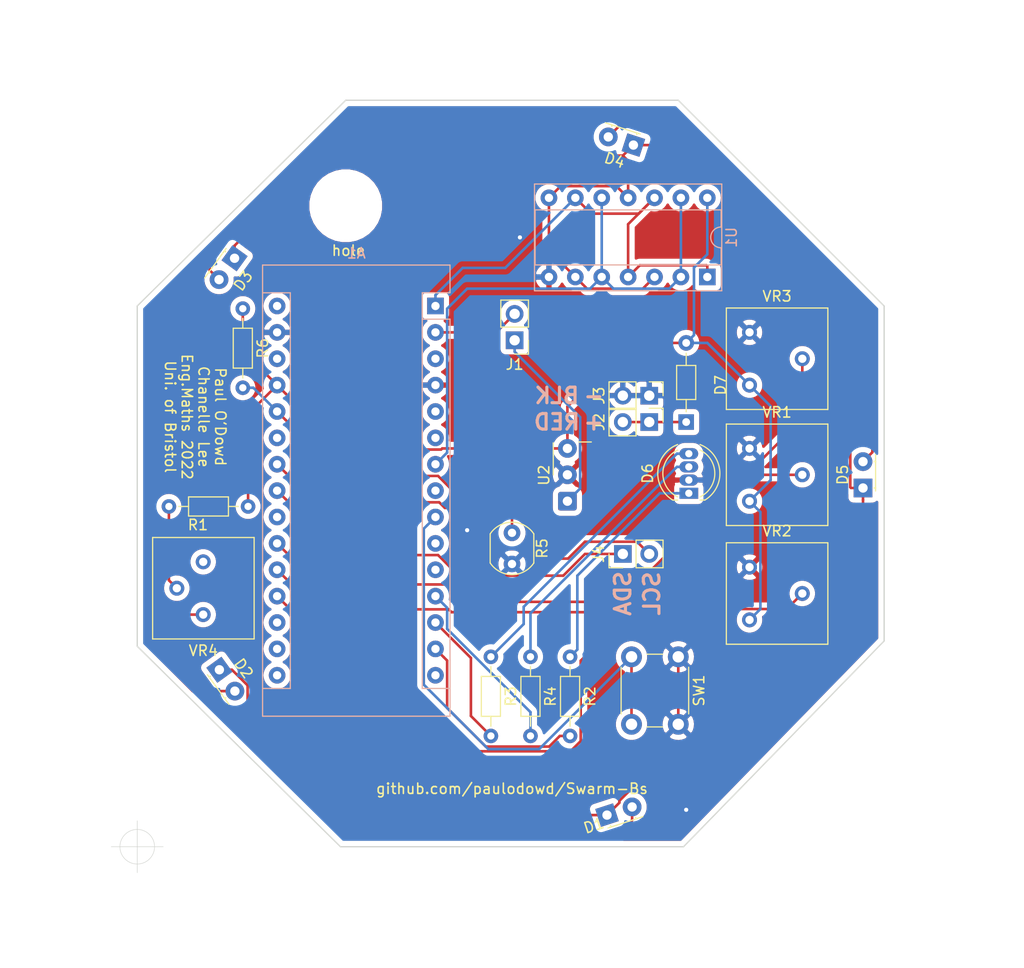
<source format=kicad_pcb>
(kicad_pcb (version 20171130) (host pcbnew "(5.1.4)-1")
  (layers (0 F.Cu signal) (31 B.Cu signal) (34 B.Paste user hide) (35 F.Paste user hide) (36 B.SilkS user) (37 F.SilkS user) (38 B.Mask user) (39 F.Mask user) (44 Edge.Cuts user))
  (net 0 "")
  (net 1 "Net-(A1-Pad16)")
  (net 2 "Net-(A1-Pad15)")
  (net 3 "Net-(A1-Pad30)")
  (net 4 "Net-(A1-Pad14)")
  (net 5 "Net-(A1-Pad13)")
  (net 6 "Net-(A1-Pad28)")
  (net 7 "Net-(A1-Pad12)")
  (net 8 "Net-(A1-Pad11)")
  (net 9 "Net-(A1-Pad26)")
  (net 10 "Net-(A1-Pad10)")
  (net 11 "Net-(A1-Pad25)")
  (net 12 "Net-(A1-Pad9)")
  (net 13 "Net-(A1-Pad24)")
  (net 14 "Net-(A1-Pad8)")
  (net 15 "Net-(A1-Pad23)")
  (net 16 "Net-(A1-Pad7)")
  (net 17 "Net-(A1-Pad22)")
  (net 18 "Net-(A1-Pad6)")
  (net 19 "Net-(A1-Pad21)")
  (net 20 "Net-(A1-Pad5)")
  (net 21 "Net-(A1-Pad20)")
  (net 22 "Net-(A1-Pad19)")
  (net 23 "Net-(A1-Pad3)")
  (net 24 "Net-(A1-Pad18)")
  (net 25 "Net-(A1-Pad2)")
  (net 26 "Net-(A1-Pad17)")
  (net 27 "Net-(A1-Pad1)")
  (net 28 "Net-(D1-Pad2)")
  (net 29 "Net-(D1-Pad1)")
  (net 30 "Net-(D6-Pad4)")
  (net 31 "Net-(D6-Pad3)")
  (net 32 "Net-(D6-Pad1)")
  (net 33 GND)
  (net 34 +5V)
  (net 35 "Net-(J1-Pad1)")
  (net 36 "Net-(R1-Pad2)")
  (net 37 "Net-(VR4-Pad1)")
  (net 38 "Net-(D7-Pad1)")
  (module Potentiometer_THT:Potentiometer_Bourns_3386F_Vertical (layer F.Cu) (at 141.732 108.204)
    (fp_text reference VR2 (at 2.655 -8.555) (layer F.SilkS))
    (fp_text value 10K_Pot_A)
    (fp_line (start -2.23 -7.425) (end 7.54 -7.425) (layer F.SilkS) (width 0.12))
    (fp_line (start -2.23 2.345) (end 7.54 2.345) (layer F.SilkS) (width 0.12))
    (fp_line (start -2.23 -7.425) (end -2.23 2.345) (layer F.SilkS) (width 0.12))
    (fp_line (start 7.54 -7.425) (end 7.54 2.345) (layer F.SilkS) (width 0.12))
    (pad 3 thru_hole circle (at 0 -5.08) (size 1.44 1.44) (drill 0.8) (layers *.Cu *.Mask) (net 33 GND))
    (pad 2 thru_hole circle (at 5.08 -2.54) (size 1.44 1.44) (drill 0.8) (layers *.Cu *.Mask) (net 22 "Net-(A1-Pad19)"))
    (pad 1 thru_hole circle (at 0 0) (size 1.44 1.44) (drill 0.8) (layers *.Cu *.Mask) (net 34 +5V))
  )
  (module Module:Arduino_Nano (layer B.Cu) (at 111.506 77.978 180)
    (fp_text reference A1 (at 7.62 5.08) (layer B.SilkS) (effects (justify mirror)))
    (fp_text value Arduino_Nano_v3.x)
    (fp_line (start 16.64 3.94) (end -1.4 3.94) (layer B.SilkS) (width 0.12))
    (fp_line (start 16.64 -39.5) (end 16.64 3.94) (layer B.SilkS) (width 0.12))
    (fp_line (start -1.4 -39.5) (end 16.64 -39.5) (layer B.SilkS) (width 0.12))
    (fp_line (start 1.27 -36.83) (end -1.4 -36.83) (layer B.SilkS) (width 0.12))
    (fp_line (start 1.27 -1.27) (end 1.27 -36.83) (layer B.SilkS) (width 0.12))
    (fp_line (start 1.27 -1.27) (end -1.4 -1.27) (layer B.SilkS) (width 0.12))
    (fp_line (start 13.97 -36.83) (end 16.64 -36.83) (layer B.SilkS) (width 0.12))
    (fp_line (start 13.97 1.27) (end 13.97 -36.83) (layer B.SilkS) (width 0.12))
    (fp_line (start 13.97 1.27) (end 16.64 1.27) (layer B.SilkS) (width 0.12))
    (fp_line (start -1.4 3.94) (end -1.4 1.27) (layer B.SilkS) (width 0.12))
    (fp_line (start -1.4 -1.27) (end -1.4 -39.5) (layer B.SilkS) (width 0.12))
    (fp_line (start 1.27 1.27) (end -1.4 1.27) (layer B.SilkS) (width 0.12))
    (fp_line (start 1.27 -1.27) (end 1.27 1.27) (layer B.SilkS) (width 0.12))
    (pad 16 thru_hole oval (at 15.24 -35.56 180) (size 1.6 1.6) (drill 0.8) (layers *.Cu *.Mask) (net 1 "Net-(A1-Pad16)"))
    (pad 15 thru_hole oval (at 0 -35.56 180) (size 1.6 1.6) (drill 0.8) (layers *.Cu *.Mask) (net 2 "Net-(A1-Pad15)"))
    (pad 30 thru_hole oval (at 15.24 0 180) (size 1.6 1.6) (drill 0.8) (layers *.Cu *.Mask) (net 3 "Net-(A1-Pad30)"))
    (pad 14 thru_hole oval (at 0 -33.02 180) (size 1.6 1.6) (drill 0.8) (layers *.Cu *.Mask) (net 4 "Net-(A1-Pad14)"))
    (pad 29 thru_hole oval (at 15.24 -2.54 180) (size 1.6 1.6) (drill 0.8) (layers *.Cu *.Mask) (net 33 GND))
    (pad 13 thru_hole oval (at 0 -30.48 180) (size 1.6 1.6) (drill 0.8) (layers *.Cu *.Mask) (net 5 "Net-(A1-Pad13)"))
    (pad 28 thru_hole oval (at 15.24 -5.08 180) (size 1.6 1.6) (drill 0.8) (layers *.Cu *.Mask) (net 6 "Net-(A1-Pad28)"))
    (pad 12 thru_hole oval (at 0 -27.94 180) (size 1.6 1.6) (drill 0.8) (layers *.Cu *.Mask) (net 7 "Net-(A1-Pad12)"))
    (pad 27 thru_hole oval (at 15.24 -7.62 180) (size 1.6 1.6) (drill 0.8) (layers *.Cu *.Mask) (net 34 +5V))
    (pad 11 thru_hole oval (at 0 -25.4 180) (size 1.6 1.6) (drill 0.8) (layers *.Cu *.Mask) (net 8 "Net-(A1-Pad11)"))
    (pad 26 thru_hole oval (at 15.24 -10.16 180) (size 1.6 1.6) (drill 0.8) (layers *.Cu *.Mask) (net 9 "Net-(A1-Pad26)"))
    (pad 10 thru_hole oval (at 0 -22.86 180) (size 1.6 1.6) (drill 0.8) (layers *.Cu *.Mask) (net 10 "Net-(A1-Pad10)"))
    (pad 25 thru_hole oval (at 15.24 -12.7 180) (size 1.6 1.6) (drill 0.8) (layers *.Cu *.Mask) (net 11 "Net-(A1-Pad25)"))
    (pad 9 thru_hole oval (at 0 -20.32 180) (size 1.6 1.6) (drill 0.8) (layers *.Cu *.Mask) (net 12 "Net-(A1-Pad9)"))
    (pad 24 thru_hole oval (at 15.24 -15.24 180) (size 1.6 1.6) (drill 0.8) (layers *.Cu *.Mask) (net 13 "Net-(A1-Pad24)"))
    (pad 8 thru_hole oval (at 0 -17.78 180) (size 1.6 1.6) (drill 0.8) (layers *.Cu *.Mask) (net 14 "Net-(A1-Pad8)"))
    (pad 23 thru_hole oval (at 15.24 -17.78 180) (size 1.6 1.6) (drill 0.8) (layers *.Cu *.Mask) (net 15 "Net-(A1-Pad23)"))
    (pad 7 thru_hole oval (at 0 -15.24 180) (size 1.6 1.6) (drill 0.8) (layers *.Cu *.Mask) (net 16 "Net-(A1-Pad7)"))
    (pad 22 thru_hole oval (at 15.24 -20.32 180) (size 1.6 1.6) (drill 0.8) (layers *.Cu *.Mask) (net 17 "Net-(A1-Pad22)"))
    (pad 6 thru_hole oval (at 0 -12.7 180) (size 1.6 1.6) (drill 0.8) (layers *.Cu *.Mask) (net 18 "Net-(A1-Pad6)"))
    (pad 21 thru_hole oval (at 15.24 -22.86 180) (size 1.6 1.6) (drill 0.8) (layers *.Cu *.Mask) (net 19 "Net-(A1-Pad21)"))
    (pad 5 thru_hole oval (at 0 -10.16 180) (size 1.6 1.6) (drill 0.8) (layers *.Cu *.Mask) (net 20 "Net-(A1-Pad5)"))
    (pad 20 thru_hole oval (at 15.24 -25.4 180) (size 1.6 1.6) (drill 0.8) (layers *.Cu *.Mask) (net 21 "Net-(A1-Pad20)"))
    (pad 4 thru_hole oval (at 0 -7.62 180) (size 1.6 1.6) (drill 0.8) (layers *.Cu *.Mask) (net 33 GND))
    (pad 19 thru_hole oval (at 15.24 -27.94 180) (size 1.6 1.6) (drill 0.8) (layers *.Cu *.Mask) (net 22 "Net-(A1-Pad19)"))
    (pad 3 thru_hole oval (at 0 -5.08 180) (size 1.6 1.6) (drill 0.8) (layers *.Cu *.Mask) (net 23 "Net-(A1-Pad3)"))
    (pad 18 thru_hole oval (at 15.24 -30.48 180) (size 1.6 1.6) (drill 0.8) (layers *.Cu *.Mask) (net 24 "Net-(A1-Pad18)"))
    (pad 2 thru_hole oval (at 0 -2.54 180) (size 1.6 1.6) (drill 0.8) (layers *.Cu *.Mask) (net 25 "Net-(A1-Pad2)"))
    (pad 17 thru_hole oval (at 15.24 -33.02 180) (size 1.6 1.6) (drill 0.8) (layers *.Cu *.Mask) (net 26 "Net-(A1-Pad17)"))
    (pad 1 thru_hole rect (at 0 0 180) (size 1.6 1.6) (drill 0.8) (layers *.Cu *.Mask) (net 27 "Net-(A1-Pad1)"))
  )
  (module OptoDevice:Vishay_MOLD-3Pin (layer F.Cu) (at 124.206 96.774 90)
    (fp_text reference U2 (at 2.5 -2.25 270) (layer F.SilkS))
    (fp_text value TSDP34138)
    (fp_line (start 5.62 -1.36) (end 2.54 -1.36) (layer F.SilkS) (width 0.12))
    (fp_line (start 5.7 2.3) (end 5.7 1.1) (layer F.SilkS) (width 0.12))
    (pad 3 thru_hole circle (at 5.08 0 90) (size 1.8 1.8) (drill 0.9) (layers *.Cu *.Mask) (net 34 +5V))
    (pad 2 thru_hole circle (at 2.54 0 90) (size 1.8 1.8) (drill 0.9) (layers *.Cu *.Mask) (net 33 GND))
    (pad 1 thru_hole roundrect (at 0 0 90) (size 1.8 1.8) (drill 0.9) (layers *.Cu *.Mask) (roundrect_rratio 0.138) (net 35 "Net-(J1-Pad1)"))
  )
  (module Connector_PinHeader_2.54mm:PinHeader_1x02_P2.54mm_Vertical (layer F.Cu) (at 132.08 89.154 270)
    (fp_text reference J2 (at 0 4.826 90) (layer F.SilkS))
    (fp_text value 5v_3Pi)
    (fp_line (start -1.33 3.87) (end 1.33 3.87) (layer F.SilkS) (width 0.12))
    (fp_line (start -1.33 1.27) (end -1.33 3.87) (layer F.SilkS) (width 0.12))
    (fp_line (start 1.33 1.27) (end 1.33 3.87) (layer F.SilkS) (width 0.12))
    (fp_line (start -1.33 1.27) (end 1.33 1.27) (layer F.SilkS) (width 0.12))
    (fp_line (start -1.33 0) (end -1.33 -1.33) (layer F.SilkS) (width 0.12))
    (fp_line (start -1.33 -1.33) (end 0 -1.33) (layer F.SilkS) (width 0.12))
    (pad 1 thru_hole rect (at 0 0 270) (size 1.7 1.7) (drill 1) (layers *.Cu *.Mask) (net 38 "Net-(D7-Pad1)"))
    (pad 2 thru_hole oval (at 0 2.54 270) (size 1.7 1.7) (drill 1) (layers *.Cu *.Mask) (net 38 "Net-(D7-Pad1)"))
  )
  (module Connector_PinHeader_2.54mm:PinHeader_1x02_P2.54mm_Vertical (layer F.Cu) (at 132.08 86.614 270)
    (fp_text reference J3 (at 0 4.826 90) (layer F.SilkS))
    (fp_text value GND_3Pi)
    (fp_line (start -1.33 3.87) (end 1.33 3.87) (layer F.SilkS) (width 0.12))
    (fp_line (start -1.33 1.27) (end -1.33 3.87) (layer F.SilkS) (width 0.12))
    (fp_line (start 1.33 1.27) (end 1.33 3.87) (layer F.SilkS) (width 0.12))
    (fp_line (start -1.33 1.27) (end 1.33 1.27) (layer F.SilkS) (width 0.12))
    (fp_line (start -1.33 0) (end -1.33 -1.33) (layer F.SilkS) (width 0.12))
    (fp_line (start -1.33 -1.33) (end 0 -1.33) (layer F.SilkS) (width 0.12))
    (pad 1 thru_hole rect (at 0 0 270) (size 1.7 1.7) (drill 1) (layers *.Cu *.Mask) (net 33 GND))
    (pad 2 thru_hole oval (at 0 2.54 270) (size 1.7 1.7) (drill 1) (layers *.Cu *.Mask) (net 33 GND))
  )
  (module Connector_PinHeader_2.54mm:PinHeader_1x02_P2.54mm_Vertical (layer F.Cu) (at 129.54 101.854 90)
    (fp_text reference J4 (at 0 -2.33 90) (layer F.SilkS))
    (fp_text value I2C_3Pi)
    (fp_line (start -1.33 -1.33) (end 0 -1.33) (layer F.SilkS) (width 0.12))
    (fp_line (start -1.33 0) (end -1.33 -1.33) (layer F.SilkS) (width 0.12))
    (fp_line (start -1.33 1.27) (end 1.33 1.27) (layer F.SilkS) (width 0.12))
    (fp_line (start 1.33 1.27) (end 1.33 3.87) (layer F.SilkS) (width 0.12))
    (fp_line (start -1.33 1.27) (end -1.33 3.87) (layer F.SilkS) (width 0.12))
    (fp_line (start -1.33 3.87) (end 1.33 3.87) (layer F.SilkS) (width 0.12))
    (pad 2 thru_hole oval (at 0 2.54 90) (size 1.7 1.7) (drill 1) (layers *.Cu *.Mask) (net 13 "Net-(A1-Pad24)"))
    (pad 1 thru_hole rect (at 0 0 90) (size 1.7 1.7) (drill 1) (layers *.Cu *.Mask) (net 15 "Net-(A1-Pad23)"))
  )
  (module MountingHole:MountingHole_6mm (layer F.Cu) (at 102.87 68.326)
    (fp_text reference hole (at 0.254 4.318) (layer F.SilkS))
    (fp_text value hole)
    (pad 1 np_thru_hole circle (at 0 0) (size 6 6) (drill 6) (layers *.Cu *.Mask))
  )
  (module LED_THT:LED_D3.0mm_Horizontal_O1.27mm_Z2.0mm (layer F.Cu) (at 130.556 62.484 162)
    (fp_text reference D4 (at 1.27 -1.96 162) (layer F.SilkS))
    (fp_text value IR_LED)
    (fp_line (start 2.54 1.08) (end 2.54 1.08) (layer F.SilkS) (width 0.12))
    (fp_line (start 2.54 1.21) (end 2.54 1.08) (layer F.SilkS) (width 0.12))
    (fp_line (start 2.54 1.21) (end 2.54 1.21) (layer F.SilkS) (width 0.12))
    (fp_line (start 2.54 1.08) (end 2.54 1.21) (layer F.SilkS) (width 0.12))
    (fp_line (start 0 1.08) (end 0 1.08) (layer F.SilkS) (width 0.12))
    (fp_line (start 0 1.21) (end 0 1.08) (layer F.SilkS) (width 0.12))
    (fp_line (start 0 1.21) (end 0 1.21) (layer F.SilkS) (width 0.12))
    (fp_line (start 0 1.08) (end 0 1.21) (layer F.SilkS) (width 0.12))
    (fp_line (start 2.83 1.21) (end 3.23 1.21) (layer F.SilkS) (width 0.12))
    (fp_line (start -0.29 1.21) (end 2.83 1.21) (layer F.SilkS) (width 0.12))
    (pad 2 thru_hole circle (at 2.54 0 162) (size 1.8 1.8) (drill 0.9) (layers *.Cu *.Mask) (net 28 "Net-(D1-Pad2)"))
    (pad 1 thru_hole rect (at 0 0 162) (size 1.8 1.8) (drill 0.9) (layers *.Cu *.Mask) (net 29 "Net-(D1-Pad1)"))
  )
  (module LED_THT:LED_D3.0mm_Horizontal_O1.27mm_Z2.0mm (layer F.Cu) (at 92.170975 73.383097 234)
    (fp_text reference D3 (at 1.27 -1.96 234) (layer F.SilkS))
    (fp_text value IR_LED)
    (fp_line (start 2.54 1.08) (end 2.54 1.08) (layer F.SilkS) (width 0.12))
    (fp_line (start 2.54 1.21) (end 2.54 1.08) (layer F.SilkS) (width 0.12))
    (fp_line (start 2.54 1.21) (end 2.54 1.21) (layer F.SilkS) (width 0.12))
    (fp_line (start 2.54 1.08) (end 2.54 1.21) (layer F.SilkS) (width 0.12))
    (fp_line (start 0 1.08) (end 0 1.08) (layer F.SilkS) (width 0.12))
    (fp_line (start 0 1.21) (end 0 1.08) (layer F.SilkS) (width 0.12))
    (fp_line (start 0 1.21) (end 0 1.21) (layer F.SilkS) (width 0.12))
    (fp_line (start 0 1.08) (end 0 1.21) (layer F.SilkS) (width 0.12))
    (fp_line (start 2.83 1.21) (end 3.23 1.21) (layer F.SilkS) (width 0.12))
    (fp_line (start -0.29 1.21) (end 2.83 1.21) (layer F.SilkS) (width 0.12))
    (pad 2 thru_hole circle (at 2.54 0 234) (size 1.8 1.8) (drill 0.9) (layers *.Cu *.Mask) (net 28 "Net-(D1-Pad2)"))
    (pad 1 thru_hole rect (at 0 0 234) (size 1.8 1.8) (drill 0.9) (layers *.Cu *.Mask) (net 29 "Net-(D1-Pad1)"))
  )
  (module LED_THT:LED_D3.0mm_Horizontal_O1.27mm_Z2.0mm (layer F.Cu) (at 90.709025 113.007097 306)
    (fp_text reference D2 (at 1.27 -1.96 306) (layer F.SilkS))
    (fp_text value IR_LED)
    (fp_line (start 2.54 1.08) (end 2.54 1.08) (layer F.SilkS) (width 0.12))
    (fp_line (start 2.54 1.21) (end 2.54 1.08) (layer F.SilkS) (width 0.12))
    (fp_line (start 2.54 1.21) (end 2.54 1.21) (layer F.SilkS) (width 0.12))
    (fp_line (start 2.54 1.08) (end 2.54 1.21) (layer F.SilkS) (width 0.12))
    (fp_line (start 0 1.08) (end 0 1.08) (layer F.SilkS) (width 0.12))
    (fp_line (start 0 1.21) (end 0 1.08) (layer F.SilkS) (width 0.12))
    (fp_line (start 0 1.21) (end 0 1.21) (layer F.SilkS) (width 0.12))
    (fp_line (start 0 1.08) (end 0 1.21) (layer F.SilkS) (width 0.12))
    (fp_line (start 2.83 1.21) (end 3.23 1.21) (layer F.SilkS) (width 0.12))
    (fp_line (start -0.29 1.21) (end 2.83 1.21) (layer F.SilkS) (width 0.12))
    (pad 2 thru_hole circle (at 2.54 0 306) (size 1.8 1.8) (drill 0.9) (layers *.Cu *.Mask) (net 28 "Net-(D1-Pad2)"))
    (pad 1 thru_hole rect (at 0 0 306) (size 1.8 1.8) (drill 0.9) (layers *.Cu *.Mask) (net 29 "Net-(D1-Pad1)"))
  )
  (module LED_THT:LED_D3.0mm_Horizontal_O1.27mm_Z2.0mm (layer F.Cu) (at 128.016 127 18)
    (fp_text reference D1 (at -1.521803 0.573822 18) (layer F.SilkS))
    (fp_text value IR_LED)
    (fp_line (start 2.54 1.08) (end 2.54 1.08) (layer F.SilkS) (width 0.12))
    (fp_line (start 2.54 1.21) (end 2.54 1.08) (layer F.SilkS) (width 0.12))
    (fp_line (start 2.54 1.21) (end 2.54 1.21) (layer F.SilkS) (width 0.12))
    (fp_line (start 2.54 1.08) (end 2.54 1.21) (layer F.SilkS) (width 0.12))
    (fp_line (start 0 1.08) (end 0 1.08) (layer F.SilkS) (width 0.12))
    (fp_line (start 0 1.21) (end 0 1.08) (layer F.SilkS) (width 0.12))
    (fp_line (start 0 1.21) (end 0 1.21) (layer F.SilkS) (width 0.12))
    (fp_line (start 0 1.08) (end 0 1.21) (layer F.SilkS) (width 0.12))
    (fp_line (start 2.83 1.21) (end 3.23 1.21) (layer F.SilkS) (width 0.12))
    (fp_line (start -0.29 1.21) (end 2.83 1.21) (layer F.SilkS) (width 0.12))
    (pad 2 thru_hole circle (at 2.54 0 18) (size 1.8 1.8) (drill 0.9) (layers *.Cu *.Mask) (net 28 "Net-(D1-Pad2)"))
    (pad 1 thru_hole rect (at 0 0 18) (size 1.8 1.8) (drill 0.9) (layers *.Cu *.Mask) (net 29 "Net-(D1-Pad1)"))
  )
  (module LED_THT:LED_D3.0mm_Horizontal_O1.27mm_Z2.0mm (layer F.Cu) (at 152.654 95.504 90)
    (fp_text reference D5 (at 1.27 -1.96 90) (layer F.SilkS))
    (fp_text value IR_LED)
    (fp_line (start 2.54 1.08) (end 2.54 1.08) (layer F.SilkS) (width 0.12))
    (fp_line (start 2.54 1.21) (end 2.54 1.08) (layer F.SilkS) (width 0.12))
    (fp_line (start 2.54 1.21) (end 2.54 1.21) (layer F.SilkS) (width 0.12))
    (fp_line (start 2.54 1.08) (end 2.54 1.21) (layer F.SilkS) (width 0.12))
    (fp_line (start 0 1.08) (end 0 1.08) (layer F.SilkS) (width 0.12))
    (fp_line (start 0 1.21) (end 0 1.08) (layer F.SilkS) (width 0.12))
    (fp_line (start 0 1.21) (end 0 1.21) (layer F.SilkS) (width 0.12))
    (fp_line (start 0 1.08) (end 0 1.21) (layer F.SilkS) (width 0.12))
    (fp_line (start 2.83 1.21) (end 3.23 1.21) (layer F.SilkS) (width 0.12))
    (fp_line (start -0.29 1.21) (end 2.83 1.21) (layer F.SilkS) (width 0.12))
    (pad 2 thru_hole circle (at 2.54 0 90) (size 1.8 1.8) (drill 0.9) (layers *.Cu *.Mask) (net 28 "Net-(D1-Pad2)"))
    (pad 1 thru_hole rect (at 0 0 90) (size 1.8 1.8) (drill 0.9) (layers *.Cu *.Mask) (net 29 "Net-(D1-Pad1)"))
  )
  (module Diode_THT:D_DO-34_SOD68_P7.62mm_Horizontal (layer F.Cu) (at 135.636 89.154 90)
    (fp_text reference D7 (at 3.556 3.302 90) (layer F.SilkS))
    (fp_text value 1N5819)
    (fp_line (start 6.63 0) (end 5.45 0) (layer F.SilkS) (width 0.12))
    (fp_line (start 0.99 0) (end 2.17 0) (layer F.SilkS) (width 0.12))
    (fp_line (start 5.45 -0.92) (end 2.17 -0.92) (layer F.SilkS) (width 0.12))
    (fp_line (start 5.45 0.92) (end 5.45 -0.92) (layer F.SilkS) (width 0.12))
    (fp_line (start 2.17 0.92) (end 5.45 0.92) (layer F.SilkS) (width 0.12))
    (fp_line (start 2.17 -0.92) (end 2.17 0.92) (layer F.SilkS) (width 0.12))
    (pad 2 thru_hole oval (at 7.62 0 90) (size 1.5 1.5) (drill 0.75) (layers *.Cu *.Mask) (net 34 +5V))
    (pad 1 thru_hole rect (at 0 0 90) (size 1.5 1.5) (drill 0.75) (layers *.Cu *.Mask) (net 38 "Net-(D7-Pad1)"))
  )
  (module OptoDevice:R_LDR_5.0x4.1mm_P3mm_Vertical (layer F.Cu) (at 118.872 99.822 270)
    (fp_text reference R5 (at 1.5 -2.9 90) (layer F.SilkS))
    (fp_text value LDR)
    (fp_arc (start 1.5 0) (end 0.1 2.1) (angle 113) (layer F.SilkS) (width 0.12))
    (fp_arc (start 1.5 0) (end 2.9 -2.1) (angle 113) (layer F.SilkS) (width 0.12))
    (fp_line (start 0.1 -2.1) (end 2.9 -2.1) (layer F.SilkS) (width 0.12))
    (fp_line (start 0.1 2.1) (end 2.9 2.1) (layer F.SilkS) (width 0.12))
    (pad 2 thru_hole circle (at 3 0 270) (size 1.6 1.6) (drill 0.8) (layers *.Cu *.Mask) (net 33 GND))
    (pad 1 thru_hole circle (at 0 0 270) (size 1.6 1.6) (drill 0.8) (layers *.Cu *.Mask) (net 9 "Net-(A1-Pad26)"))
  )
  (module Connector_PinHeader_2.54mm:PinHeader_1x02_P2.54mm_Vertical (layer F.Cu) (at 119.126 81.28 180)
    (fp_text reference J1 (at 0 -2.33) (layer F.SilkS))
    (fp_text value RX_Break)
    (fp_line (start -1.33 -1.33) (end 0 -1.33) (layer F.SilkS) (width 0.12))
    (fp_line (start -1.33 0) (end -1.33 -1.33) (layer F.SilkS) (width 0.12))
    (fp_line (start -1.33 1.27) (end 1.33 1.27) (layer F.SilkS) (width 0.12))
    (fp_line (start 1.33 1.27) (end 1.33 3.87) (layer F.SilkS) (width 0.12))
    (fp_line (start -1.33 1.27) (end -1.33 3.87) (layer F.SilkS) (width 0.12))
    (fp_line (start -1.33 3.87) (end 1.33 3.87) (layer F.SilkS) (width 0.12))
    (pad 2 thru_hole oval (at 0 2.54 180) (size 1.7 1.7) (drill 1) (layers *.Cu *.Mask) (net 25 "Net-(A1-Pad2)"))
    (pad 1 thru_hole rect (at 0 0 180) (size 1.7 1.7) (drill 1) (layers *.Cu *.Mask) (net 35 "Net-(J1-Pad1)"))
  )
  (module LED_THT:LED_D5.0mm-4_RGB (layer F.Cu) (at 135.89 96.012 90)
    (fp_text reference D6 (at 1.905 -3.96 90) (layer F.SilkS))
    (fp_text value RGB)
    (fp_line (start -0.655 1.08) (end -0.655 1.545) (layer F.SilkS) (width 0.12))
    (fp_line (start -0.655 -1.545) (end -0.655 -1.08) (layer F.SilkS) (width 0.12))
    (fp_arc (start 1.905 0) (end -0.349684 1.08) (angle -128.8) (layer F.SilkS) (width 0.12))
    (fp_arc (start 1.905 0) (end -0.349684 -1.08) (angle 128.8) (layer F.SilkS) (width 0.12))
    (fp_arc (start 1.905 0) (end -0.655 1.54483) (angle -127.7) (layer F.SilkS) (width 0.12))
    (fp_arc (start 1.905 0) (end -0.655 -1.54483) (angle 127.7) (layer F.SilkS) (width 0.12))
    (pad 4 thru_hole oval (at 3.81 0 90) (size 1.07 1.8) (drill 0.7) (layers *.Cu *.Mask) (net 30 "Net-(D6-Pad4)"))
    (pad 3 thru_hole oval (at 2.54 0 90) (size 1.07 1.8) (drill 0.7) (layers *.Cu *.Mask) (net 31 "Net-(D6-Pad3)"))
    (pad 2 thru_hole oval (at 1.27 0 90) (size 1.07 1.8) (drill 0.7) (layers *.Cu *.Mask) (net 33 GND))
    (pad 1 thru_hole rect (at 0 0 90) (size 1.07 1.8) (drill 0.7) (layers *.Cu *.Mask) (net 32 "Net-(D6-Pad1)"))
  )
  (module Button_Switch_THT:SW_PUSH_6mm (layer F.Cu) (at 134.874 111.76 270)
    (fp_text reference SW1 (at 3.25 -2 90) (layer F.SilkS))
    (fp_text value Bttn)
    (fp_line (start 1 5.5) (end 5.5 5.5) (layer F.SilkS) (width 0.12))
    (fp_line (start -0.25 1.5) (end -0.25 3) (layer F.SilkS) (width 0.12))
    (fp_line (start 5.5 -1) (end 1 -1) (layer F.SilkS) (width 0.12))
    (fp_line (start 6.75 3) (end 6.75 1.5) (layer F.SilkS) (width 0.12))
    (pad 2 thru_hole circle (at 0 4.5) (size 2 2) (drill 1.1) (layers *.Cu *.Mask) (net 12 "Net-(A1-Pad9)"))
    (pad 1 thru_hole circle (at 0 0) (size 2 2) (drill 1.1) (layers *.Cu *.Mask) (net 33 GND))
    (pad 2 thru_hole circle (at 6.5 4.5) (size 2 2) (drill 1.1) (layers *.Cu *.Mask) (net 12 "Net-(A1-Pad9)"))
    (pad 1 thru_hole circle (at 6.5 0) (size 2 2) (drill 1.1) (layers *.Cu *.Mask) (net 33 GND))
  )
  (module Package_DIP:DIP-14_W7.62mm_Socket (layer B.Cu) (at 137.668 75.184 90)
    (fp_text reference U1 (at 3.81 2.33 270) (layer B.SilkS) (effects (justify mirror)))
    (fp_text value 74LS32)
    (fp_arc (start 3.81 1.33) (end 2.81 1.33) (angle 180) (layer B.SilkS) (width 0.12))
    (fp_line (start 2.81 1.33) (end 1.16 1.33) (layer B.SilkS) (width 0.12))
    (fp_line (start 1.16 1.33) (end 1.16 -16.57) (layer B.SilkS) (width 0.12))
    (fp_line (start 1.16 -16.57) (end 6.46 -16.57) (layer B.SilkS) (width 0.12))
    (fp_line (start 6.46 -16.57) (end 6.46 1.33) (layer B.SilkS) (width 0.12))
    (fp_line (start 6.46 1.33) (end 4.81 1.33) (layer B.SilkS) (width 0.12))
    (fp_line (start -1.33 1.39) (end -1.33 -16.63) (layer B.SilkS) (width 0.12))
    (fp_line (start -1.33 -16.63) (end 8.95 -16.63) (layer B.SilkS) (width 0.12))
    (fp_line (start 8.95 -16.63) (end 8.95 1.39) (layer B.SilkS) (width 0.12))
    (fp_line (start 8.95 1.39) (end -1.33 1.39) (layer B.SilkS) (width 0.12))
    (pad 1 thru_hole rect (at 0 0 90) (size 1.6 1.6) (drill 0.8) (layers *.Cu *.Mask) (net 27 "Net-(A1-Pad1)"))
    (pad 8 thru_hole oval (at 7.62 -15.24 90) (size 1.6 1.6) (drill 0.8) (layers *.Cu *.Mask) (net 29 "Net-(D1-Pad1)"))
    (pad 2 thru_hole oval (at 0 -2.54 90) (size 1.6 1.6) (drill 0.8) (layers *.Cu *.Mask) (net 16 "Net-(A1-Pad7)"))
    (pad 9 thru_hole oval (at 7.62 -12.7 90) (size 1.6 1.6) (drill 0.8) (layers *.Cu *.Mask) (net 27 "Net-(A1-Pad1)"))
    (pad 3 thru_hole oval (at 0 -5.08 90) (size 1.6 1.6) (drill 0.8) (layers *.Cu *.Mask) (net 29 "Net-(D1-Pad1)"))
    (pad 10 thru_hole oval (at 7.62 -10.16 90) (size 1.6 1.6) (drill 0.8) (layers *.Cu *.Mask) (net 16 "Net-(A1-Pad7)"))
    (pad 4 thru_hole oval (at 0 -7.62 90) (size 1.6 1.6) (drill 0.8) (layers *.Cu *.Mask) (net 27 "Net-(A1-Pad1)"))
    (pad 11 thru_hole oval (at 7.62 -7.62 90) (size 1.6 1.6) (drill 0.8) (layers *.Cu *.Mask) (net 29 "Net-(D1-Pad1)"))
    (pad 5 thru_hole oval (at 0 -10.16 90) (size 1.6 1.6) (drill 0.8) (layers *.Cu *.Mask) (net 16 "Net-(A1-Pad7)"))
    (pad 12 thru_hole oval (at 7.62 -5.08 90) (size 1.6 1.6) (drill 0.8) (layers *.Cu *.Mask) (net 27 "Net-(A1-Pad1)"))
    (pad 6 thru_hole oval (at 0 -12.7 90) (size 1.6 1.6) (drill 0.8) (layers *.Cu *.Mask) (net 29 "Net-(D1-Pad1)"))
    (pad 13 thru_hole oval (at 7.62 -2.54 90) (size 1.6 1.6) (drill 0.8) (layers *.Cu *.Mask) (net 16 "Net-(A1-Pad7)"))
    (pad 7 thru_hole oval (at 0 -15.24 90) (size 1.6 1.6) (drill 0.8) (layers *.Cu *.Mask) (net 33 GND))
    (pad 14 thru_hole oval (at 7.62 0 90) (size 1.6 1.6) (drill 0.8) (layers *.Cu *.Mask) (net 34 +5V))
  )
  (module Resistor_THT:R_Axial_DIN0204_L3.6mm_D1.6mm_P7.62mm_Horizontal (layer F.Cu) (at 93.472 97.282 180)
    (fp_text reference R1 (at 4.826 -1.778) (layer F.SilkS))
    (fp_text value 15R_IRLED)
    (fp_line (start 1.89 -0.92) (end 1.89 0.92) (layer F.SilkS) (width 0.12))
    (fp_line (start 1.89 0.92) (end 5.73 0.92) (layer F.SilkS) (width 0.12))
    (fp_line (start 5.73 0.92) (end 5.73 -0.92) (layer F.SilkS) (width 0.12))
    (fp_line (start 5.73 -0.92) (end 1.89 -0.92) (layer F.SilkS) (width 0.12))
    (fp_line (start 0.94 0) (end 1.89 0) (layer F.SilkS) (width 0.12))
    (fp_line (start 6.68 0) (end 5.73 0) (layer F.SilkS) (width 0.12))
    (pad 1 thru_hole circle (at 0 0 180) (size 1.4 1.4) (drill 0.7) (layers *.Cu *.Mask) (net 34 +5V))
    (pad 2 thru_hole oval (at 7.62 0 180) (size 1.4 1.4) (drill 0.7) (layers *.Cu *.Mask) (net 36 "Net-(R1-Pad2)"))
  )
  (module Resistor_THT:R_Axial_DIN0204_L3.6mm_D1.6mm_P7.62mm_Horizontal (layer F.Cu) (at 124.46 111.76 270)
    (fp_text reference R2 (at 3.81 -1.92 90) (layer F.SilkS))
    (fp_text value 155R_R)
    (fp_line (start 1.89 -0.92) (end 1.89 0.92) (layer F.SilkS) (width 0.12))
    (fp_line (start 1.89 0.92) (end 5.73 0.92) (layer F.SilkS) (width 0.12))
    (fp_line (start 5.73 0.92) (end 5.73 -0.92) (layer F.SilkS) (width 0.12))
    (fp_line (start 5.73 -0.92) (end 1.89 -0.92) (layer F.SilkS) (width 0.12))
    (fp_line (start 0.94 0) (end 1.89 0) (layer F.SilkS) (width 0.12))
    (fp_line (start 6.68 0) (end 5.73 0) (layer F.SilkS) (width 0.12))
    (pad 1 thru_hole circle (at 0 0 270) (size 1.4 1.4) (drill 0.7) (layers *.Cu *.Mask) (net 32 "Net-(D6-Pad1)"))
    (pad 2 thru_hole oval (at 7.62 0 270) (size 1.4 1.4) (drill 0.7) (layers *.Cu *.Mask) (net 4 "Net-(A1-Pad14)"))
  )
  (module Resistor_THT:R_Axial_DIN0204_L3.6mm_D1.6mm_P7.62mm_Horizontal (layer F.Cu) (at 116.84 111.76 270)
    (fp_text reference R3 (at 3.81 -1.92 90) (layer F.SilkS))
    (fp_text value 90R_G)
    (fp_line (start 1.89 -0.92) (end 1.89 0.92) (layer F.SilkS) (width 0.12))
    (fp_line (start 1.89 0.92) (end 5.73 0.92) (layer F.SilkS) (width 0.12))
    (fp_line (start 5.73 0.92) (end 5.73 -0.92) (layer F.SilkS) (width 0.12))
    (fp_line (start 5.73 -0.92) (end 1.89 -0.92) (layer F.SilkS) (width 0.12))
    (fp_line (start 0.94 0) (end 1.89 0) (layer F.SilkS) (width 0.12))
    (fp_line (start 6.68 0) (end 5.73 0) (layer F.SilkS) (width 0.12))
    (pad 1 thru_hole circle (at 0 0 270) (size 1.4 1.4) (drill 0.7) (layers *.Cu *.Mask) (net 30 "Net-(D6-Pad4)"))
    (pad 2 thru_hole oval (at 7.62 0 270) (size 1.4 1.4) (drill 0.7) (layers *.Cu *.Mask) (net 5 "Net-(A1-Pad13)"))
  )
  (module Resistor_THT:R_Axial_DIN0204_L3.6mm_D1.6mm_P7.62mm_Horizontal (layer F.Cu) (at 120.65 111.76 270)
    (fp_text reference R4 (at 3.81 -1.92 90) (layer F.SilkS))
    (fp_text value 85R_B)
    (fp_line (start 6.68 0) (end 5.73 0) (layer F.SilkS) (width 0.12))
    (fp_line (start 0.94 0) (end 1.89 0) (layer F.SilkS) (width 0.12))
    (fp_line (start 5.73 -0.92) (end 1.89 -0.92) (layer F.SilkS) (width 0.12))
    (fp_line (start 5.73 0.92) (end 5.73 -0.92) (layer F.SilkS) (width 0.12))
    (fp_line (start 1.89 0.92) (end 5.73 0.92) (layer F.SilkS) (width 0.12))
    (fp_line (start 1.89 -0.92) (end 1.89 0.92) (layer F.SilkS) (width 0.12))
    (pad 2 thru_hole oval (at 7.62 0 270) (size 1.4 1.4) (drill 0.7) (layers *.Cu *.Mask) (net 7 "Net-(A1-Pad12)"))
    (pad 1 thru_hole circle (at 0 0 270) (size 1.4 1.4) (drill 0.7) (layers *.Cu *.Mask) (net 31 "Net-(D6-Pad3)"))
  )
  (module Resistor_THT:R_Axial_DIN0204_L3.6mm_D1.6mm_P7.62mm_Horizontal (layer F.Cu) (at 92.964 78.232 270)
    (fp_text reference R6 (at 3.81 -1.92 90) (layer F.SilkS))
    (fp_text value 10K_LDR)
    (fp_line (start 6.68 0) (end 5.73 0) (layer F.SilkS) (width 0.12))
    (fp_line (start 0.94 0) (end 1.89 0) (layer F.SilkS) (width 0.12))
    (fp_line (start 5.73 -0.92) (end 1.89 -0.92) (layer F.SilkS) (width 0.12))
    (fp_line (start 5.73 0.92) (end 5.73 -0.92) (layer F.SilkS) (width 0.12))
    (fp_line (start 1.89 0.92) (end 5.73 0.92) (layer F.SilkS) (width 0.12))
    (fp_line (start 1.89 -0.92) (end 1.89 0.92) (layer F.SilkS) (width 0.12))
    (pad 2 thru_hole oval (at 7.62 0 270) (size 1.4 1.4) (drill 0.7) (layers *.Cu *.Mask) (net 9 "Net-(A1-Pad26)"))
    (pad 1 thru_hole circle (at 0 0 270) (size 1.4 1.4) (drill 0.7) (layers *.Cu *.Mask) (net 34 +5V))
  )
  (module Potentiometer_THT:Potentiometer_Bourns_3386F_Vertical (layer F.Cu) (at 141.732 96.774)
    (fp_text reference VR1 (at 2.655 -8.555) (layer F.SilkS))
    (fp_text value 10K_Pot_B)
    (fp_line (start 7.54 -7.425) (end 7.54 2.345) (layer F.SilkS) (width 0.12))
    (fp_line (start -2.23 -7.425) (end -2.23 2.345) (layer F.SilkS) (width 0.12))
    (fp_line (start -2.23 2.345) (end 7.54 2.345) (layer F.SilkS) (width 0.12))
    (fp_line (start -2.23 -7.425) (end 7.54 -7.425) (layer F.SilkS) (width 0.12))
    (pad 1 thru_hole circle (at 0 0) (size 1.44 1.44) (drill 0.8) (layers *.Cu *.Mask) (net 34 +5V))
    (pad 2 thru_hole circle (at 5.08 -2.54) (size 1.44 1.44) (drill 0.8) (layers *.Cu *.Mask) (net 21 "Net-(A1-Pad20)"))
    (pad 3 thru_hole circle (at 0 -5.08) (size 1.44 1.44) (drill 0.8) (layers *.Cu *.Mask) (net 33 GND))
  )
  (module Potentiometer_THT:Potentiometer_Bourns_3386F_Vertical (layer F.Cu) (at 141.732 85.598)
    (fp_text reference VR3 (at 2.655 -8.555) (layer F.SilkS))
    (fp_text value 10K_Pot_C)
    (fp_line (start -2.23 -7.425) (end 7.54 -7.425) (layer F.SilkS) (width 0.12))
    (fp_line (start -2.23 2.345) (end 7.54 2.345) (layer F.SilkS) (width 0.12))
    (fp_line (start -2.23 -7.425) (end -2.23 2.345) (layer F.SilkS) (width 0.12))
    (fp_line (start 7.54 -7.425) (end 7.54 2.345) (layer F.SilkS) (width 0.12))
    (pad 3 thru_hole circle (at 0 -5.08) (size 1.44 1.44) (drill 0.8) (layers *.Cu *.Mask) (net 33 GND))
    (pad 2 thru_hole circle (at 5.08 -2.54) (size 1.44 1.44) (drill 0.8) (layers *.Cu *.Mask) (net 19 "Net-(A1-Pad21)"))
    (pad 1 thru_hole circle (at 0 0) (size 1.44 1.44) (drill 0.8) (layers *.Cu *.Mask) (net 34 +5V))
  )
  (module Potentiometer_THT:Potentiometer_Bourns_3386P_Vertical (layer F.Cu) (at 89.154 102.616 180)
    (fp_text reference VR4 (at -0.015 -8.555) (layer F.SilkS))
    (fp_text value 1K_Pot_IRLED)
    (fp_line (start -4.9 -7.425) (end 4.87 -7.425) (layer F.SilkS) (width 0.12))
    (fp_line (start -4.9 2.345) (end 4.87 2.345) (layer F.SilkS) (width 0.12))
    (fp_line (start -4.9 -7.425) (end -4.9 2.345) (layer F.SilkS) (width 0.12))
    (fp_line (start 4.87 -7.425) (end 4.87 2.345) (layer F.SilkS) (width 0.12))
    (pad 3 thru_hole circle (at 0 -5.08 180) (size 1.44 1.44) (drill 0.8) (layers *.Cu *.Mask) (net 28 "Net-(D1-Pad2)"))
    (pad 2 thru_hole circle (at 2.54 -2.54 180) (size 1.44 1.44) (drill 0.8) (layers *.Cu *.Mask) (net 36 "Net-(R1-Pad2)"))
    (pad 1 thru_hole circle (at 0 0 180) (size 1.44 1.44) (drill 0.8) (layers *.Cu *.Mask) (net 37 "Net-(VR4-Pad1)"))
  )
  (gr_text github.com/paulodowd/Swarm-Bs (at 118.872 124.46) (layer F.SilkS) (effects (font (size 1 1))))
  (gr_text SDA (at 129.54 105.664 90) (layer B.SilkS) (effects (font (size 1.5 1.5) (thickness 0.3)) (justify mirror)))
  (gr_text SCL (at 132.334 105.664 90) (layer B.SilkS) (effects (font (size 1.5 1.5) (thickness 0.3)) (justify mirror)))
  (gr_text BLK (at 123.19 86.614) (layer B.SilkS) (effects (font (size 1.5 1.5) (thickness 0.3)) (justify mirror)))
  (gr_text RED (at 123.19 89.154) (layer B.SilkS) (effects (font (size 1.5 1.5) (thickness 0.3)) (justify mirror)))
  (gr_text - (at 126.746 86.614) (layer B.SilkS) (effects (font (size 1.5 1.5) (thickness 0.3))))
  (gr_text + (at 126.746 89.154) (layer B.SilkS) (effects (font (size 1.5 1.5) (thickness 0.3))))
  (target plus (at 82.804 130.048) (size 5) (width 0.05) (layer Edge.Cuts))
  (gr_text "Paul O'Dowd\nChanelle Lee\nEng.Maths 2022\nUni. of Bristol" (at 88.392 88.646 -90) (layer F.SilkS) (effects (font (size 1 1))))
  (gr_line (start 82.804 77.978) (end 102.87 58.166) (layer Edge.Cuts) (width 0.12))
  (gr_line (start 82.804 110.744) (end 82.804 77.978) (layer Edge.Cuts) (width 0.12))
  (gr_line (start 102.362 130.048) (end 82.804 110.744) (layer Edge.Cuts) (width 0.12))
  (gr_line (start 135.382 130.048) (end 102.362 130.048) (layer Edge.Cuts) (width 0.12))
  (gr_line (start 154.686 110.236) (end 135.382 130.048) (layer Edge.Cuts) (width 0.12))
  (gr_line (start 154.686 77.978) (end 154.686 110.236) (layer Edge.Cuts) (width 0.12))
  (gr_line (start 134.874 58.166) (end 154.686 77.978) (layer Edge.Cuts) (width 0.12))
  (gr_line (start 102.87 58.166) (end 134.874 58.166) (layer Edge.Cuts) (width 0.12))
  (segment (start 112.305999 111.797999) (end 111.506 110.998) (width 0.25) (layer F.Cu) (net 4))
  (segment (start 112.631001 112.123001) (end 112.305999 111.797999) (width 0.25) (layer F.Cu) (net 4))
  (segment (start 112.631001 116.688003) (end 112.631001 112.123001) (width 0.25) (layer F.Cu) (net 4))
  (segment (start 116.347999 120.405001) (end 112.631001 116.688003) (width 0.25) (layer F.Cu) (net 4))
  (segment (start 122.44505 120.405001) (end 116.347999 120.405001) (width 0.25) (layer F.Cu) (net 4))
  (segment (start 123.470051 119.38) (end 122.44505 120.405001) (width 0.25) (layer F.Cu) (net 4))
  (segment (start 124.46 119.38) (end 123.470051 119.38) (width 0.25) (layer F.Cu) (net 4))
  (segment (start 114.917001 117.457001) (end 116.84 119.38) (width 0.25) (layer F.Cu) (net 5))
  (segment (start 114.917001 111.869001) (end 111.506 108.458) (width 0.25) (layer F.Cu) (net 5))
  (segment (start 114.917001 117.457001) (end 114.917001 111.869001) (width 0.25) (layer F.Cu) (net 5))
  (segment (start 112.305999 106.717999) (end 111.506 105.918) (width 0.25) (layer B.Cu) (net 7))
  (segment (start 112.631001 107.043001) (end 112.305999 106.717999) (width 0.25) (layer B.Cu) (net 7))
  (segment (start 112.631001 109.068003) (end 112.631001 107.043001) (width 0.25) (layer B.Cu) (net 7))
  (segment (start 120.65 117.087002) (end 112.631001 109.068003) (width 0.25) (layer B.Cu) (net 7))
  (segment (start 120.65 119.38) (end 120.65 117.087002) (width 0.25) (layer B.Cu) (net 7))
  (segment (start 118.872 98.044) (end 118.872 99.822) (width 0.25) (layer F.Cu) (net 9))
  (segment (start 93.98 85.852) (end 96.266 88.138) (width 0.25) (layer B.Cu) (net 9))
  (segment (start 92.964 85.852) (end 93.98 85.852) (width 0.25) (layer B.Cu) (net 9))
  (segment (start 97.065999 88.937999) (end 96.266 88.138) (width 0.25) (layer F.Cu) (net 9))
  (segment (start 102.471001 94.343001) (end 97.065999 88.937999) (width 0.25) (layer F.Cu) (net 9))
  (segment (start 111.756003 94.343001) (end 102.471001 94.343001) (width 0.25) (layer F.Cu) (net 9))
  (segment (start 115.457002 98.044) (end 111.756003 94.343001) (width 0.25) (layer F.Cu) (net 9))
  (segment (start 118.872 98.044) (end 115.457002 98.044) (width 0.25) (layer F.Cu) (net 9))
  (segment (start 130.374 118.26) (end 130.374 111.76) (width 0.25) (layer F.Cu) (net 12))
  (segment (start 110.706001 99.097999) (end 111.506 98.298) (width 0.25) (layer B.Cu) (net 12))
  (segment (start 110.380999 99.423001) (end 110.706001 99.097999) (width 0.25) (layer B.Cu) (net 12))
  (segment (start 110.380999 114.438001) (end 110.380999 99.423001) (width 0.25) (layer B.Cu) (net 12))
  (segment (start 116.592998 120.65) (end 110.380999 114.438001) (width 0.25) (layer B.Cu) (net 12))
  (segment (start 121.484 120.65) (end 116.592998 120.65) (width 0.25) (layer B.Cu) (net 12))
  (segment (start 130.374 111.76) (end 121.484 120.65) (width 0.25) (layer B.Cu) (net 12))
  (segment (start 130.904999 100.678999) (end 125.889999 100.678999) (width 0.25) (layer F.Cu) (net 13))
  (segment (start 118.145599 101.397011) (end 114.175587 97.426999) (width 0.25) (layer F.Cu) (net 13))
  (segment (start 132.08 101.854) (end 130.904999 100.678999) (width 0.25) (layer F.Cu) (net 13))
  (segment (start 125.889999 100.678999) (end 124.264988 102.30401) (width 0.25) (layer F.Cu) (net 13))
  (segment (start 124.264988 102.30401) (end 120.277519 102.30401) (width 0.25) (layer F.Cu) (net 13))
  (segment (start 120.277519 102.30401) (end 119.37052 101.397011) (width 0.25) (layer F.Cu) (net 13))
  (segment (start 119.37052 101.397011) (end 118.145599 101.397011) (width 0.25) (layer F.Cu) (net 13))
  (segment (start 97.065999 94.017999) (end 96.266 93.218) (width 0.25) (layer F.Cu) (net 13))
  (segment (start 99.931001 96.883001) (end 97.065999 94.017999) (width 0.25) (layer F.Cu) (net 13))
  (segment (start 111.869001 96.883001) (end 99.931001 96.883001) (width 0.25) (layer F.Cu) (net 13))
  (segment (start 112.412999 97.426999) (end 111.869001 96.883001) (width 0.25) (layer F.Cu) (net 13))
  (segment (start 114.175587 97.426999) (end 112.412999 97.426999) (width 0.25) (layer F.Cu) (net 13))
  (segment (start 129.54 101.854) (end 125.9 101.854) (width 0.25) (layer F.Cu) (net 15))
  (segment (start 123.806999 103.947001) (end 113.740003 103.947001) (width 0.25) (layer F.Cu) (net 15))
  (segment (start 113.740003 103.947001) (end 111.756003 101.963001) (width 0.25) (layer F.Cu) (net 15))
  (segment (start 97.065999 96.557999) (end 96.266 95.758) (width 0.25) (layer F.Cu) (net 15))
  (segment (start 125.9 101.854) (end 123.806999 103.947001) (width 0.25) (layer F.Cu) (net 15))
  (segment (start 111.756003 101.963001) (end 102.471001 101.963001) (width 0.25) (layer F.Cu) (net 15))
  (segment (start 102.471001 101.963001) (end 97.065999 96.557999) (width 0.25) (layer F.Cu) (net 15))
  (segment (start 135.128 68.69537) (end 135.128 75.184) (width 0.25) (layer B.Cu) (net 16))
  (segment (start 135.128 67.564) (end 135.128 68.69537) (width 0.25) (layer B.Cu) (net 16))
  (segment (start 127.508 67.564) (end 127.508 75.184) (width 0.25) (layer B.Cu) (net 16))
  (segment (start 134.328001 75.983999) (end 135.128 75.184) (width 0.25) (layer B.Cu) (net 16))
  (segment (start 134.002999 76.309001) (end 134.328001 75.983999) (width 0.25) (layer B.Cu) (net 16))
  (segment (start 128.633001 76.309001) (end 134.002999 76.309001) (width 0.25) (layer B.Cu) (net 16))
  (segment (start 127.508 75.184) (end 128.633001 76.309001) (width 0.25) (layer B.Cu) (net 16))
  (segment (start 112.305999 92.418001) (end 111.506 93.218) (width 0.25) (layer B.Cu) (net 16))
  (segment (start 112.631001 92.092999) (end 112.305999 92.418001) (width 0.25) (layer B.Cu) (net 16))
  (segment (start 112.631001 78.235997) (end 112.631001 92.092999) (width 0.25) (layer B.Cu) (net 16))
  (segment (start 114.557997 76.309001) (end 112.631001 78.235997) (width 0.25) (layer B.Cu) (net 16))
  (segment (start 126.382999 76.309001) (end 114.557997 76.309001) (width 0.25) (layer B.Cu) (net 16))
  (segment (start 127.508 75.184) (end 126.382999 76.309001) (width 0.25) (layer B.Cu) (net 16))
  (segment (start 146.812 88.861002) (end 146.812 83.058) (width 0.25) (layer F.Cu) (net 19))
  (segment (start 129.203981 106.469021) (end 146.812 88.861002) (width 0.25) (layer F.Cu) (net 19))
  (segment (start 114.597021 106.469021) (end 129.203981 106.469021) (width 0.25) (layer F.Cu) (net 19))
  (segment (start 112.920999 104.792999) (end 114.597021 106.469021) (width 0.25) (layer F.Cu) (net 19))
  (segment (start 96.266 100.838) (end 100.220999 104.792999) (width 0.25) (layer F.Cu) (net 19))
  (segment (start 100.220999 104.792999) (end 112.920999 104.792999) (width 0.25) (layer F.Cu) (net 19))
  (segment (start 97.065999 104.177999) (end 96.266 103.378) (width 0.25) (layer F.Cu) (net 21))
  (segment (start 100.076 107.188) (end 97.065999 104.177999) (width 0.25) (layer F.Cu) (net 21))
  (segment (start 112.776 107.188) (end 100.076 107.188) (width 0.25) (layer F.Cu) (net 21))
  (segment (start 113.049991 107.461991) (end 112.776 107.188) (width 0.25) (layer F.Cu) (net 21))
  (segment (start 128.847421 107.461991) (end 127.019991 107.461991) (width 0.25) (layer F.Cu) (net 21))
  (segment (start 142.075412 94.234) (end 128.847421 107.461991) (width 0.25) (layer F.Cu) (net 21))
  (segment (start 146.812 94.234) (end 142.075412 94.234) (width 0.25) (layer F.Cu) (net 21))
  (segment (start 127.019991 107.461991) (end 113.049991 107.461991) (width 0.25) (layer F.Cu) (net 21))
  (segment (start 97.065999 106.717999) (end 96.266 105.918) (width 0.25) (layer F.Cu) (net 22))
  (segment (start 124.501992 120.85501) (end 111.20301 120.85501) (width 0.25) (layer F.Cu) (net 22))
  (segment (start 125.485001 119.872001) (end 124.501992 120.85501) (width 0.25) (layer F.Cu) (net 22))
  (segment (start 111.20301 120.85501) (end 97.065999 106.717999) (width 0.25) (layer F.Cu) (net 22))
  (segment (start 130.461644 107.158999) (end 125.485001 112.135642) (width 0.25) (layer F.Cu) (net 22))
  (segment (start 145.317001 107.158999) (end 130.461644 107.158999) (width 0.25) (layer F.Cu) (net 22))
  (segment (start 125.485001 112.135642) (end 125.485001 119.872001) (width 0.25) (layer F.Cu) (net 22))
  (segment (start 146.812 105.664) (end 145.317001 107.158999) (width 0.25) (layer F.Cu) (net 22))
  (segment (start 117.348 80.518) (end 119.126 78.74) (width 0.25) (layer F.Cu) (net 25))
  (segment (start 111.506 80.518) (end 117.348 80.518) (width 0.25) (layer F.Cu) (net 25))
  (segment (start 130.048 70.104) (end 130.048 75.184) (width 0.25) (layer F.Cu) (net 27))
  (segment (start 132.588 67.564) (end 130.048 70.104) (width 0.25) (layer F.Cu) (net 27))
  (segment (start 137.668 74.134) (end 137.668 75.184) (width 0.25) (layer F.Cu) (net 27))
  (segment (start 137.592999 74.058999) (end 137.668 74.134) (width 0.25) (layer F.Cu) (net 27))
  (segment (start 131.173001 74.058999) (end 137.592999 74.058999) (width 0.25) (layer F.Cu) (net 27))
  (segment (start 130.048 75.184) (end 131.173001 74.058999) (width 0.25) (layer F.Cu) (net 27))
  (segment (start 131.788001 68.363999) (end 132.588 67.564) (width 0.25) (layer F.Cu) (net 27))
  (segment (start 131.064 69.088) (end 131.788001 68.363999) (width 0.25) (layer F.Cu) (net 27))
  (segment (start 126.492 69.088) (end 131.064 69.088) (width 0.25) (layer F.Cu) (net 27))
  (segment (start 124.968 67.564) (end 126.492 69.088) (width 0.25) (layer F.Cu) (net 27))
  (segment (start 114.121001 74.312999) (end 111.506 76.928) (width 0.25) (layer B.Cu) (net 27))
  (segment (start 111.506 76.928) (end 111.506 77.978) (width 0.25) (layer B.Cu) (net 27))
  (segment (start 118.219001 74.312999) (end 124.968 67.564) (width 0.25) (layer B.Cu) (net 27))
  (segment (start 114.121001 74.312999) (end 118.219001 74.312999) (width 0.25) (layer B.Cu) (net 27))
  (segment (start 153.553999 92.064001) (end 153.553999 78.877999) (width 0.25) (layer F.Cu) (net 28))
  (segment (start 152.654 92.964) (end 153.553999 92.064001) (width 0.25) (layer F.Cu) (net 28))
  (segment (start 153.553999 78.877999) (end 133.858 59.182) (width 0.25) (layer F.Cu) (net 28))
  (segment (start 133.858 59.182) (end 130.657413 59.182) (width 0.25) (layer F.Cu) (net 28))
  (segment (start 130.657413 59.182) (end 128.140316 61.699097) (width 0.25) (layer F.Cu) (net 28))
  (segment (start 130.657413 59.182) (end 103.378 59.182) (width 0.25) (layer F.Cu) (net 28))
  (segment (start 89.778001 74.538001) (end 90.678 75.438) (width 0.25) (layer F.Cu) (net 28))
  (segment (start 89.778001 72.781999) (end 89.778001 74.538001) (width 0.25) (layer F.Cu) (net 28))
  (segment (start 103.378 59.182) (end 89.778001 72.781999) (width 0.25) (layer F.Cu) (net 28))
  (segment (start 89.778001 73.035999) (end 84.074 78.74) (width 0.25) (layer F.Cu) (net 28))
  (segment (start 89.778001 72.781999) (end 89.778001 73.035999) (width 0.25) (layer F.Cu) (net 28))
  (segment (start 84.074 78.74) (end 84.074 110.998) (width 0.25) (layer F.Cu) (net 28))
  (segment (start 84.074 110.998) (end 88.138 115.062) (width 0.25) (layer F.Cu) (net 28))
  (segment (start 130.431684 127.487889) (end 128.633573 129.286) (width 0.25) (layer F.Cu) (net 28))
  (segment (start 130.431684 126.215097) (end 130.431684 127.487889) (width 0.25) (layer F.Cu) (net 28))
  (segment (start 102.87 129.286) (end 88.646 115.062) (width 0.25) (layer F.Cu) (net 28))
  (segment (start 128.633573 129.286) (end 102.87 129.286) (width 0.25) (layer F.Cu) (net 28))
  (segment (start 88.138 115.062) (end 88.646 115.062) (width 0.25) (layer F.Cu) (net 28))
  (segment (start 88.646 115.062) (end 92.202 115.062) (width 0.25) (layer F.Cu) (net 28))
  (segment (start 87.376 107.696) (end 84.074 110.998) (width 0.25) (layer F.Cu) (net 28))
  (segment (start 89.154 107.696) (end 87.376 107.696) (width 0.25) (layer F.Cu) (net 28))
  (segment (start 129.54 63.5) (end 130.556 62.484) (width 0.25) (layer F.Cu) (net 29))
  (segment (start 130.556 62.484) (end 135.382 62.484) (width 0.25) (layer F.Cu) (net 29))
  (segment (start 151.504 95.504) (end 152.654 95.504) (width 0.25) (layer F.Cu) (net 29))
  (segment (start 151.428999 95.428999) (end 151.504 95.504) (width 0.25) (layer F.Cu) (net 29))
  (segment (start 151.428999 78.530999) (end 151.428999 95.428999) (width 0.25) (layer F.Cu) (net 29))
  (segment (start 135.382 62.484) (end 151.428999 78.530999) (width 0.25) (layer F.Cu) (net 29))
  (segment (start 128.016 127) (end 104.14 127) (width 0.25) (layer F.Cu) (net 29))
  (segment (start 91.921485 113.007097) (end 90.709025 113.007097) (width 0.25) (layer F.Cu) (net 29))
  (segment (start 93.427001 114.512613) (end 91.921485 113.007097) (width 0.25) (layer F.Cu) (net 29))
  (segment (start 93.427001 116.287001) (end 93.427001 114.512613) (width 0.25) (layer F.Cu) (net 29))
  (segment (start 104.14 127) (end 93.427001 116.287001) (width 0.25) (layer F.Cu) (net 29))
  (segment (start 152.654 96.654) (end 152.654 95.504) (width 0.25) (layer F.Cu) (net 29))
  (segment (start 152.654 109.481002) (end 152.654 96.654) (width 0.25) (layer F.Cu) (net 29))
  (segment (start 140.994001 121.141001) (end 152.654 109.481002) (width 0.25) (layer F.Cu) (net 29))
  (segment (start 129.206683 125.627096) (end 133.692778 121.141001) (width 0.25) (layer F.Cu) (net 29))
  (segment (start 129.206683 125.809317) (end 129.206683 125.627096) (width 0.25) (layer F.Cu) (net 29))
  (segment (start 133.692778 121.141001) (end 140.994001 121.141001) (width 0.25) (layer F.Cu) (net 29))
  (segment (start 128.016 127) (end 129.206683 125.809317) (width 0.25) (layer F.Cu) (net 29))
  (segment (start 92.170975 72.167025) (end 92.170975 73.383097) (width 0.25) (layer F.Cu) (net 29))
  (segment (start 104.394 59.944) (end 92.170975 72.167025) (width 0.25) (layer F.Cu) (net 29))
  (segment (start 123.19 59.944) (end 104.394 59.944) (width 0.25) (layer F.Cu) (net 29))
  (segment (start 129.54 63.5) (end 126.746 63.5) (width 0.25) (layer F.Cu) (net 29))
  (segment (start 126.746 63.5) (end 123.19 59.944) (width 0.25) (layer F.Cu) (net 29))
  (segment (start 130.048 64.008) (end 130.048 67.564) (width 0.25) (layer F.Cu) (net 29))
  (segment (start 129.54 63.5) (end 130.048 64.008) (width 0.25) (layer F.Cu) (net 29))
  (segment (start 129.248001 66.764001) (end 130.048 67.564) (width 0.25) (layer F.Cu) (net 29))
  (segment (start 128.922999 66.438999) (end 129.248001 66.764001) (width 0.25) (layer F.Cu) (net 29))
  (segment (start 123.553001 66.438999) (end 128.922999 66.438999) (width 0.25) (layer F.Cu) (net 29))
  (segment (start 122.428 67.564) (end 123.553001 66.438999) (width 0.25) (layer F.Cu) (net 29))
  (segment (start 131.788001 75.983999) (end 132.588 75.184) (width 0.25) (layer F.Cu) (net 29))
  (segment (start 131.462999 76.309001) (end 131.788001 75.983999) (width 0.25) (layer F.Cu) (net 29))
  (segment (start 126.093001 76.309001) (end 131.462999 76.309001) (width 0.25) (layer F.Cu) (net 29))
  (segment (start 124.968 75.184) (end 126.093001 76.309001) (width 0.25) (layer F.Cu) (net 29))
  (segment (start 122.428 72.644) (end 124.968 75.184) (width 0.25) (layer F.Cu) (net 29))
  (segment (start 122.428 67.564) (end 122.428 72.644) (width 0.25) (layer F.Cu) (net 29))
  (segment (start 116.586 111.506) (end 116.84 111.76) (width 0.25) (layer B.Cu) (net 30))
  (segment (start 134.74 92.202) (end 135.89 92.202) (width 0.25) (layer B.Cu) (net 30))
  (segment (start 119.997001 106.944999) (end 134.74 92.202) (width 0.25) (layer B.Cu) (net 30))
  (segment (start 119.997001 108.602999) (end 119.997001 106.944999) (width 0.25) (layer B.Cu) (net 30))
  (segment (start 116.84 111.76) (end 119.997001 108.602999) (width 0.25) (layer B.Cu) (net 30))
  (via (at 135.636 126.492) (size 0.8) (drill 0.4) (layers F.Cu B.Cu) (net 33))
  (segment (start 134.74 93.472) (end 135.89 93.472) (width 0.25) (layer B.Cu) (net 31))
  (segment (start 120.65 107.562) (end 134.74 93.472) (width 0.25) (layer B.Cu) (net 31))
  (segment (start 120.65 111.76) (end 120.65 107.562) (width 0.25) (layer B.Cu) (net 31))
  (segment (start 134.74 96.012) (end 135.89 96.012) (width 0.25) (layer B.Cu) (net 32))
  (segment (start 133.096998 96.012) (end 134.74 96.012) (width 0.25) (layer B.Cu) (net 32))
  (segment (start 125.159999 103.948999) (end 133.096998 96.012) (width 0.25) (layer B.Cu) (net 32))
  (segment (start 125.159999 111.060001) (end 125.159999 103.948999) (width 0.25) (layer B.Cu) (net 32))
  (segment (start 124.46 111.76) (end 125.159999 111.060001) (width 0.25) (layer B.Cu) (net 32))
  (via (at 114.554 99.568) (size 0.8) (drill 0.4) (layers F.Cu B.Cu) (net 33))
  (via (at 119.634 71.374) (size 0.8) (drill 0.4) (layers F.Cu B.Cu) (net 33))
  (segment (start 134.874 116.845787) (end 134.874 111.76) (width 0.25) (layer F.Cu) (net 33))
  (segment (start 134.874 118.26) (end 134.874 116.845787) (width 0.25) (layer F.Cu) (net 33))
  (segment (start 125.431001 88.182999) (end 125.431001 93.008999) (width 0.25) (layer F.Cu) (net 33))
  (segment (start 127 86.614) (end 125.431001 88.182999) (width 0.25) (layer F.Cu) (net 33))
  (segment (start 132.08 86.614) (end 129.54 86.614) (width 0.25) (layer F.Cu) (net 33))
  (segment (start 129.54 86.614) (end 127 86.614) (width 0.25) (layer F.Cu) (net 33))
  (segment (start 124.206 90.421208) (end 124.206 91.694) (width 0.25) (layer F.Cu) (net 34))
  (segment (start 124.206 87.668998) (end 124.206 90.421208) (width 0.25) (layer F.Cu) (net 34))
  (segment (start 130.340998 81.534) (end 124.206 87.668998) (width 0.25) (layer F.Cu) (net 34))
  (segment (start 133.604 81.534) (end 130.340998 81.534) (width 0.25) (layer F.Cu) (net 34))
  (segment (start 135.636 81.534) (end 133.604 81.534) (width 0.25) (layer F.Cu) (net 34))
  (segment (start 93.472 88.392) (end 93.472 97.282) (width 0.25) (layer F.Cu) (net 34))
  (segment (start 96.266 85.598) (end 93.472 88.392) (width 0.25) (layer F.Cu) (net 34))
  (segment (start 92.964 82.296) (end 96.266 85.598) (width 0.25) (layer F.Cu) (net 34))
  (segment (start 92.964 78.232) (end 92.964 82.296) (width 0.25) (layer F.Cu) (net 34))
  (segment (start 97.065999 86.397999) (end 96.266 85.598) (width 0.25) (layer F.Cu) (net 34))
  (segment (start 102.471001 91.803001) (end 97.065999 86.397999) (width 0.25) (layer F.Cu) (net 34))
  (segment (start 112.046001 91.803001) (end 102.471001 91.803001) (width 0.25) (layer F.Cu) (net 34))
  (segment (start 112.155002 91.694) (end 112.046001 91.803001) (width 0.25) (layer F.Cu) (net 34))
  (segment (start 124.206 91.694) (end 112.155002 91.694) (width 0.25) (layer F.Cu) (net 34))
  (segment (start 136.385999 80.784001) (end 135.636 81.534) (width 0.25) (layer B.Cu) (net 34))
  (segment (start 136.385999 74.280999) (end 136.385999 80.784001) (width 0.25) (layer B.Cu) (net 34))
  (segment (start 137.668 72.998998) (end 136.385999 74.280999) (width 0.25) (layer B.Cu) (net 34))
  (segment (start 137.668 67.564) (end 137.668 72.998998) (width 0.25) (layer B.Cu) (net 34))
  (segment (start 142.451999 97.493999) (end 141.732 96.774) (width 0.25) (layer B.Cu) (net 34))
  (segment (start 142.777001 97.819001) (end 142.451999 97.493999) (width 0.25) (layer B.Cu) (net 34))
  (segment (start 142.777001 107.158999) (end 142.777001 97.819001) (width 0.25) (layer B.Cu) (net 34))
  (segment (start 141.732 108.204) (end 142.777001 107.158999) (width 0.25) (layer B.Cu) (net 34))
  (segment (start 142.451999 86.317999) (end 141.732 85.598) (width 0.25) (layer B.Cu) (net 34))
  (segment (start 143.764 87.63) (end 142.451999 86.317999) (width 0.25) (layer B.Cu) (net 34))
  (segment (start 143.764 94.742) (end 143.764 87.63) (width 0.25) (layer B.Cu) (net 34))
  (segment (start 141.732 96.774) (end 143.764 94.742) (width 0.25) (layer B.Cu) (net 34))
  (segment (start 137.668 81.534) (end 135.636 81.534) (width 0.25) (layer B.Cu) (net 34))
  (segment (start 141.732 85.598) (end 137.668 81.534) (width 0.25) (layer B.Cu) (net 34))
  (segment (start 123.444 97.536) (end 124.206 96.774) (width 0.25) (layer F.Cu) (net 35))
  (segment (start 125.103955 95.876045) (end 124.206 96.774) (width 0.25) (layer B.Cu) (net 35))
  (segment (start 125.431001 95.548999) (end 125.103955 95.876045) (width 0.25) (layer B.Cu) (net 35))
  (segment (start 125.431001 88.685001) (end 125.431001 95.548999) (width 0.25) (layer B.Cu) (net 35))
  (segment (start 119.126 82.38) (end 125.431001 88.685001) (width 0.25) (layer B.Cu) (net 35))
  (segment (start 119.126 81.28) (end 119.126 82.38) (width 0.25) (layer B.Cu) (net 35))
  (segment (start 85.852 104.394) (end 86.614 105.156) (width 0.25) (layer F.Cu) (net 36))
  (segment (start 85.852 97.282) (end 85.852 104.394) (width 0.25) (layer F.Cu) (net 36))
  (segment (start 135.636 89.154) (end 132.08 89.154) (width 0.25) (layer F.Cu) (net 38))
  (segment (start 132.08 89.154) (end 129.54 89.154) (width 0.25) (layer F.Cu) (net 38))
  (zone (net 33) (net_name GND) (layer B.Cu) (connect_pads (clearance 0.508)) (min_thickness 0.254) (fill yes (arc_segments 32) (thermal_gap 0.508) (thermal_bridge_width 0.508))
    (polygon (pts (xy 74.676 48.514) (xy 165.1 52.07) (xy 165.354 137.414) (xy 70.866 136.144) (xy 74.422 48.514)))
  )
  (zone (net 33) (net_name GND) (layer F.Cu) (connect_pads (clearance 0.508)) (min_thickness 0.254) (fill yes (arc_segments 32) (thermal_gap 0.508) (thermal_bridge_width 0.508))
    (polygon (pts (xy 79.756 51.308) (xy 168.148 56.896) (xy 167.894 141.732) (xy 69.596 138.43)))
  )
)
</source>
